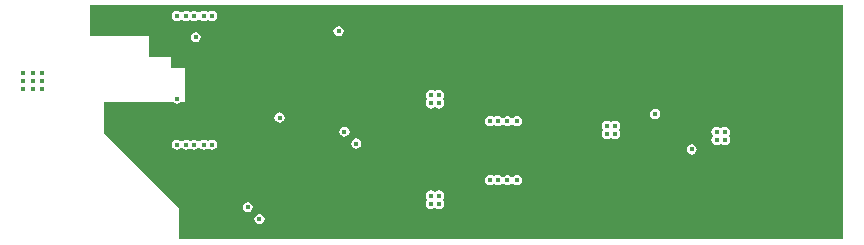
<source format=gbl>
G04*
G04 #@! TF.GenerationSoftware,Altium Limited,Altium Designer,24.1.0 (36)*
G04*
G04 Layer_Physical_Order=4*
G04 Layer_Color=16711680*
%FSLAX44Y44*%
%MOMM*%
G71*
G04*
G04 #@! TF.SameCoordinates,419B32F7-A19B-4B02-8D27-CA0E7DC0472F*
G04*
G04*
G04 #@! TF.FilePolarity,Positive*
G04*
G01*
G75*
%ADD17R,5.0000X1.4000*%
%ADD78O,1.6000X0.9000*%
%ADD79C,0.4500*%
%ADD80C,0.6000*%
G36*
X698918Y1082D02*
X136832D01*
Y27000D01*
X136515Y27765D01*
X73500Y90780D01*
X73500Y117000D01*
X131905Y117000D01*
X131943Y116943D01*
X133346Y116006D01*
X135000Y115677D01*
X136654Y116006D01*
X138057Y116943D01*
X138095Y117000D01*
X141620D01*
X141620Y146250D01*
X130500Y146250D01*
Y155007D01*
X111500D01*
X111500Y173500D01*
X61582D01*
Y198918D01*
X698918Y198918D01*
Y1082D01*
D02*
G37*
%LPC*%
G36*
X165000Y194323D02*
X163346Y193994D01*
X161500Y193238D01*
X159654Y193994D01*
X158000Y194323D01*
X156346Y193994D01*
X154943Y193057D01*
X153057Y193057D01*
X152410Y193489D01*
X151654Y193994D01*
X150000Y194323D01*
X148346Y193994D01*
X146500Y193238D01*
X144654Y193994D01*
X143000Y194323D01*
X141346Y193994D01*
X139943Y193057D01*
X138057Y193057D01*
X137410Y193489D01*
X136654Y193994D01*
X135000Y194323D01*
X133346Y193994D01*
X131943Y193057D01*
X131006Y191654D01*
X130677Y190000D01*
X131006Y188346D01*
X131943Y186943D01*
X133346Y186006D01*
X135000Y185677D01*
X136654Y186006D01*
X138057Y186943D01*
X139943Y186943D01*
X140590Y186511D01*
X141346Y186006D01*
X143000Y185677D01*
X144654Y186006D01*
X146500Y186762D01*
X148346Y186006D01*
X150000Y185677D01*
X151654Y186006D01*
X153057Y186943D01*
X154943Y186943D01*
X155590Y186511D01*
X156346Y186006D01*
X158000Y185677D01*
X159654Y186006D01*
X161500Y186762D01*
X163346Y186006D01*
X165000Y185677D01*
X166654Y186006D01*
X168057Y186943D01*
X168994Y188346D01*
X169323Y190000D01*
X168994Y191654D01*
X168057Y193057D01*
X166654Y193994D01*
X165000Y194323D01*
D02*
G37*
G36*
X272000Y181323D02*
X270346Y180994D01*
X268943Y180057D01*
X268006Y178654D01*
X267677Y177000D01*
X268006Y175346D01*
X268943Y173943D01*
X270346Y173006D01*
X272000Y172677D01*
X273654Y173006D01*
X275057Y173943D01*
X275994Y175346D01*
X276323Y177000D01*
X275994Y178654D01*
X275057Y180057D01*
X273654Y180994D01*
X272000Y181323D01*
D02*
G37*
G36*
X151000Y176323D02*
X149346Y175994D01*
X147943Y175057D01*
X147006Y173654D01*
X146677Y172000D01*
X147006Y170346D01*
X147943Y168943D01*
X149346Y168006D01*
X151000Y167677D01*
X152654Y168006D01*
X154057Y168943D01*
X154994Y170346D01*
X155323Y172000D01*
X154994Y173654D01*
X154057Y175057D01*
X152654Y175994D01*
X151000Y176323D01*
D02*
G37*
G36*
X357000Y127323D02*
X355346Y126994D01*
X353500Y126238D01*
X351654Y126994D01*
X350000Y127323D01*
X348346Y126994D01*
X346943Y126057D01*
X346006Y124654D01*
X345677Y123000D01*
X346006Y121346D01*
X346762Y119500D01*
X346006Y117654D01*
X345677Y116000D01*
X346006Y114346D01*
X346943Y112943D01*
X348346Y112006D01*
X350000Y111677D01*
X351654Y112006D01*
X353500Y112762D01*
X355346Y112006D01*
X357000Y111677D01*
X358654Y112006D01*
X360057Y112943D01*
X360994Y114346D01*
X361323Y116000D01*
X360994Y117654D01*
X360238Y119500D01*
X360994Y121346D01*
X361323Y123000D01*
X360994Y124654D01*
X360057Y126057D01*
X358654Y126994D01*
X357000Y127323D01*
D02*
G37*
G36*
X423000Y105323D02*
X421346Y104994D01*
X419943Y104057D01*
X418057Y104057D01*
X417410Y104489D01*
X416654Y104994D01*
X415000Y105323D01*
X413346Y104994D01*
X411943Y104057D01*
X410057Y104057D01*
X409410Y104489D01*
X408654Y104994D01*
X407000Y105323D01*
X405346Y104994D01*
X403500Y104238D01*
X401654Y104994D01*
X400000Y105323D01*
X398346Y104994D01*
X396943Y104057D01*
X396006Y102654D01*
X395677Y101000D01*
X396006Y99346D01*
X396943Y97943D01*
X398346Y97006D01*
X400000Y96677D01*
X401654Y97006D01*
X403500Y97762D01*
X405346Y97006D01*
X407000Y96677D01*
X408654Y97006D01*
X410057Y97943D01*
X411943Y97943D01*
X412590Y97511D01*
X413346Y97006D01*
X415000Y96677D01*
X416654Y97006D01*
X418057Y97943D01*
X419943Y97943D01*
X420590Y97511D01*
X421346Y97006D01*
X423000Y96677D01*
X424654Y97006D01*
X426057Y97943D01*
X426994Y99346D01*
X427323Y101000D01*
X426994Y102654D01*
X426057Y104057D01*
X424654Y104994D01*
X423000Y105323D01*
D02*
G37*
G36*
X540000Y111323D02*
X538346Y110994D01*
X536943Y110057D01*
X536006Y108654D01*
X535677Y107000D01*
X536006Y105346D01*
X536943Y103943D01*
X538346Y103006D01*
X540000Y102677D01*
X541654Y103006D01*
X543057Y103943D01*
X543994Y105346D01*
X544323Y107000D01*
X543994Y108654D01*
X543057Y110057D01*
X541654Y110994D01*
X540000Y111323D01*
D02*
G37*
G36*
X506000Y101323D02*
X504346Y100994D01*
X502500Y100238D01*
X500654Y100994D01*
X499000Y101323D01*
X497346Y100994D01*
X495943Y100057D01*
X495006Y98654D01*
X494677Y97000D01*
X495006Y95346D01*
X495762Y93500D01*
X495006Y91654D01*
X494677Y90000D01*
X495006Y88346D01*
X495943Y86943D01*
X497346Y86006D01*
X499000Y85677D01*
X500654Y86006D01*
X502500Y86762D01*
X504346Y86006D01*
X506000Y85677D01*
X507654Y86006D01*
X509057Y86943D01*
X509994Y88346D01*
X510323Y90000D01*
X509994Y91654D01*
X509238Y93500D01*
X509994Y95346D01*
X510323Y97000D01*
X509994Y98654D01*
X509057Y100057D01*
X507654Y100994D01*
X506000Y101323D01*
D02*
G37*
G36*
X222000Y108323D02*
X220346Y107994D01*
X218943Y107057D01*
X218006Y105654D01*
X217677Y104000D01*
X218006Y102346D01*
X218943Y100943D01*
X220346Y100006D01*
X222000Y99677D01*
X223654Y100006D01*
X225057Y100943D01*
X225994Y102346D01*
X226323Y104000D01*
X225994Y105654D01*
X225057Y107057D01*
X223654Y107994D01*
X222000Y108323D01*
D02*
G37*
G36*
X599000Y96323D02*
X597346Y95994D01*
X595500Y95238D01*
X593654Y95994D01*
X592000Y96323D01*
X590346Y95994D01*
X588943Y95057D01*
X588006Y93654D01*
X587677Y92000D01*
X588006Y90346D01*
X588762Y88500D01*
X588006Y86654D01*
X587677Y85000D01*
X588006Y83346D01*
X588943Y81943D01*
X590346Y81006D01*
X592000Y80677D01*
X593654Y81006D01*
X595500Y81762D01*
X597346Y81006D01*
X599000Y80677D01*
X600654Y81006D01*
X602057Y81943D01*
X602994Y83346D01*
X603323Y85000D01*
X602994Y86654D01*
X602238Y88500D01*
X602994Y90346D01*
X603323Y92000D01*
X602994Y93654D01*
X602057Y95057D01*
X600654Y95994D01*
X599000Y96323D01*
D02*
G37*
G36*
X277000Y96323D02*
X275346Y95994D01*
X273943Y95057D01*
X273006Y93654D01*
X272677Y92000D01*
X273006Y90346D01*
X273943Y88943D01*
X275346Y88006D01*
X277000Y87677D01*
X278654Y88006D01*
X280057Y88943D01*
X280994Y90346D01*
X281323Y92000D01*
X280994Y93654D01*
X280057Y95057D01*
X278654Y95994D01*
X277000Y96323D01*
D02*
G37*
G36*
X165000Y85323D02*
X163346Y84994D01*
X161500Y84238D01*
X159654Y84994D01*
X158000Y85323D01*
X156346Y84994D01*
X154943Y84057D01*
X153057Y84057D01*
X152410Y84489D01*
X151654Y84994D01*
X150000Y85323D01*
X148346Y84994D01*
X146500Y84238D01*
X144654Y84994D01*
X143000Y85323D01*
X141346Y84994D01*
X139943Y84057D01*
X138057Y84057D01*
X137410Y84489D01*
X136654Y84994D01*
X135000Y85323D01*
X133346Y84994D01*
X131943Y84057D01*
X131006Y82654D01*
X130677Y81000D01*
X131006Y79346D01*
X131943Y77943D01*
X133346Y77006D01*
X135000Y76677D01*
X136654Y77006D01*
X138057Y77943D01*
X139943Y77943D01*
X140590Y77511D01*
X141346Y77006D01*
X143000Y76677D01*
X144654Y77006D01*
X146500Y77762D01*
X148346Y77006D01*
X150000Y76677D01*
X151654Y77006D01*
X153057Y77943D01*
X154943Y77943D01*
X155590Y77511D01*
X156346Y77006D01*
X158000Y76677D01*
X159654Y77006D01*
X161500Y77762D01*
X163346Y77006D01*
X165000Y76677D01*
X166654Y77006D01*
X168057Y77943D01*
X168994Y79346D01*
X169323Y81000D01*
X168994Y82654D01*
X168057Y84057D01*
X166654Y84994D01*
X165000Y85323D01*
D02*
G37*
G36*
X287000Y86323D02*
X285346Y85994D01*
X283943Y85057D01*
X283006Y83654D01*
X282677Y82000D01*
X283006Y80346D01*
X283943Y78943D01*
X285346Y78006D01*
X287000Y77677D01*
X288654Y78006D01*
X290057Y78943D01*
X290994Y80346D01*
X291323Y82000D01*
X290994Y83654D01*
X290057Y85057D01*
X288654Y85994D01*
X287000Y86323D01*
D02*
G37*
G36*
X571000Y81323D02*
X569346Y80994D01*
X567943Y80057D01*
X567006Y78654D01*
X566677Y77000D01*
X567006Y75346D01*
X567943Y73943D01*
X569346Y73006D01*
X571000Y72677D01*
X572654Y73006D01*
X574057Y73943D01*
X574994Y75346D01*
X575323Y77000D01*
X574994Y78654D01*
X574057Y80057D01*
X572654Y80994D01*
X571000Y81323D01*
D02*
G37*
G36*
X423000Y55323D02*
X421346Y54994D01*
X419943Y54057D01*
X418057Y54057D01*
X417410Y54489D01*
X416654Y54994D01*
X415000Y55323D01*
X413346Y54994D01*
X411943Y54057D01*
X410057Y54057D01*
X409410Y54489D01*
X408654Y54994D01*
X407000Y55323D01*
X405346Y54994D01*
X403500Y54238D01*
X401654Y54994D01*
X400000Y55323D01*
X398346Y54994D01*
X396943Y54057D01*
X396006Y52654D01*
X395677Y51000D01*
X396006Y49346D01*
X396943Y47943D01*
X398346Y47006D01*
X400000Y46677D01*
X401654Y47006D01*
X403500Y47762D01*
X405346Y47006D01*
X407000Y46677D01*
X408654Y47006D01*
X410057Y47943D01*
X411943Y47943D01*
X412590Y47511D01*
X413346Y47006D01*
X415000Y46677D01*
X416654Y47006D01*
X418057Y47943D01*
X419943Y47943D01*
X420590Y47511D01*
X421346Y47006D01*
X423000Y46677D01*
X424654Y47006D01*
X426057Y47943D01*
X426994Y49346D01*
X427323Y51000D01*
X426994Y52654D01*
X426057Y54057D01*
X424654Y54994D01*
X423000Y55323D01*
D02*
G37*
G36*
X357000Y42323D02*
X355346Y41994D01*
X353500Y41238D01*
X351654Y41994D01*
X350000Y42323D01*
X348346Y41994D01*
X346943Y41057D01*
X346006Y39654D01*
X345677Y38000D01*
X346006Y36346D01*
X346762Y34500D01*
X346006Y32654D01*
X345677Y31000D01*
X346006Y29346D01*
X346943Y27943D01*
X348346Y27006D01*
X350000Y26677D01*
X351654Y27006D01*
X353057Y27943D01*
X353943D01*
X355346Y27006D01*
X357000Y26677D01*
X358654Y27006D01*
X360057Y27943D01*
X360994Y29346D01*
X361323Y31000D01*
X360994Y32654D01*
X360238Y34500D01*
X360994Y36346D01*
X361323Y38000D01*
X360994Y39654D01*
X360057Y41057D01*
X358654Y41994D01*
X357000Y42323D01*
D02*
G37*
G36*
X195000Y32323D02*
X193346Y31994D01*
X191943Y31057D01*
X191006Y29654D01*
X190677Y28000D01*
X191006Y26346D01*
X191943Y24943D01*
X193346Y24006D01*
X195000Y23677D01*
X196654Y24006D01*
X198057Y24943D01*
X198994Y26346D01*
X199323Y28000D01*
X198994Y29654D01*
X198057Y31057D01*
X196654Y31994D01*
X195000Y32323D01*
D02*
G37*
G36*
X205000Y22323D02*
X203346Y21994D01*
X201943Y21057D01*
X201006Y19654D01*
X200677Y18000D01*
X201006Y16346D01*
X201943Y14943D01*
X203346Y14006D01*
X205000Y13677D01*
X206654Y14006D01*
X208057Y14943D01*
X208994Y16346D01*
X209323Y18000D01*
X208994Y19654D01*
X208057Y21057D01*
X206654Y21994D01*
X205000Y22323D01*
D02*
G37*
%LPD*%
D17*
X674500Y128000D02*
D03*
Y182000D02*
D03*
D78*
X683500Y13000D02*
D03*
Y79000D02*
D03*
D79*
X643000Y7000D02*
D03*
X144000Y15000D02*
D03*
Y8000D02*
D03*
Y22000D02*
D03*
D03*
Y8000D02*
D03*
Y15000D02*
D03*
X152000Y22000D02*
D03*
Y8000D02*
D03*
Y15000D02*
D03*
X160000Y22000D02*
D03*
Y8000D02*
D03*
Y15000D02*
D03*
X65000Y185000D02*
D03*
Y178000D02*
D03*
Y192000D02*
D03*
D03*
Y178000D02*
D03*
Y185000D02*
D03*
X73000Y192000D02*
D03*
Y178000D02*
D03*
Y185000D02*
D03*
X81000Y192000D02*
D03*
Y178000D02*
D03*
Y185000D02*
D03*
X21000Y135000D02*
D03*
Y128000D02*
D03*
Y142000D02*
D03*
X13000Y135000D02*
D03*
Y128000D02*
D03*
Y142000D02*
D03*
X5000Y135000D02*
D03*
Y128000D02*
D03*
Y142000D02*
D03*
D03*
Y128000D02*
D03*
Y135000D02*
D03*
X145022Y130128D02*
D03*
X150000Y135000D02*
D03*
X154953Y130059D02*
D03*
X144981Y140059D02*
D03*
X155000Y140000D02*
D03*
X638385Y163259D02*
D03*
X623885D02*
D03*
X609385D02*
D03*
X594885D02*
D03*
X580385D02*
D03*
X565885D02*
D03*
X551385D02*
D03*
X536885D02*
D03*
X522385D02*
D03*
X507885D02*
D03*
X493385D02*
D03*
X478885D02*
D03*
X464385D02*
D03*
X449885D02*
D03*
X435385D02*
D03*
X420885D02*
D03*
X406385D02*
D03*
X391885D02*
D03*
X377385D02*
D03*
X362885D02*
D03*
X348385D02*
D03*
X333885D02*
D03*
X319385D02*
D03*
X304885D02*
D03*
X290385D02*
D03*
X275885D02*
D03*
X261385D02*
D03*
X246885D02*
D03*
X232385D02*
D03*
X218158Y160458D02*
D03*
X206355Y152035D02*
D03*
X192356Y148259D02*
D03*
X213224Y135924D02*
D03*
X224420Y145138D02*
D03*
X238832Y146741D02*
D03*
X253332D02*
D03*
X267831D02*
D03*
X282332D02*
D03*
X296831D02*
D03*
X311332D02*
D03*
X325831D02*
D03*
X340331D02*
D03*
X354831D02*
D03*
X369331D02*
D03*
X383831D02*
D03*
X398331D02*
D03*
X412831D02*
D03*
X427331D02*
D03*
X441831D02*
D03*
X456331D02*
D03*
X470831D02*
D03*
X485331D02*
D03*
X499831D02*
D03*
X514331D02*
D03*
X528831D02*
D03*
X543331D02*
D03*
X557831D02*
D03*
X572331D02*
D03*
X586831D02*
D03*
X601331D02*
D03*
X615831D02*
D03*
X630331D02*
D03*
X644831D02*
D03*
X623999Y195000D02*
D03*
X633999D02*
D03*
X603999D02*
D03*
X613999D02*
D03*
X693999Y115000D02*
D03*
X683999D02*
D03*
X673999D02*
D03*
X653999D02*
D03*
X663999D02*
D03*
X633999D02*
D03*
X643999D02*
D03*
Y195000D02*
D03*
X663999D02*
D03*
X653999D02*
D03*
X656000Y164000D02*
D03*
X666000D02*
D03*
X677000D02*
D03*
X694000Y171000D02*
D03*
X589999Y193000D02*
D03*
X673999Y195000D02*
D03*
X683999D02*
D03*
X693999D02*
D03*
X151000Y172000D02*
D03*
X549000Y86000D02*
D03*
X544065Y81019D02*
D03*
X554000Y91000D02*
D03*
X554043Y81019D02*
D03*
X544000Y91000D02*
D03*
X587000Y109000D02*
D03*
X578000D02*
D03*
X525000Y75000D02*
D03*
Y82000D02*
D03*
X582000Y53000D02*
D03*
X574000Y59000D02*
D03*
X571000Y77000D02*
D03*
X540000Y107000D02*
D03*
X272000Y177000D02*
D03*
X222000Y104000D02*
D03*
X235000Y116000D02*
D03*
X277000Y92000D02*
D03*
X193000Y7000D02*
D03*
X666000Y146000D02*
D03*
X452000Y57000D02*
D03*
X439000D02*
D03*
X452000Y96000D02*
D03*
X439000D02*
D03*
X357000Y116000D02*
D03*
Y123000D02*
D03*
X350000Y116000D02*
D03*
Y123000D02*
D03*
Y31000D02*
D03*
X357000D02*
D03*
X350000Y38000D02*
D03*
X357000D02*
D03*
X599000Y85000D02*
D03*
X506000Y97000D02*
D03*
X499000D02*
D03*
X506000Y90000D02*
D03*
X499000D02*
D03*
X423000Y51000D02*
D03*
X415000D02*
D03*
X407000D02*
D03*
X400000D02*
D03*
X423000Y101000D02*
D03*
X415000D02*
D03*
X407000D02*
D03*
X400000D02*
D03*
X599000Y92000D02*
D03*
X592000Y85000D02*
D03*
Y92000D02*
D03*
X185000Y170000D02*
D03*
X115000Y80000D02*
D03*
X135000Y190000D02*
D03*
X105000Y90000D02*
D03*
X95000Y100000D02*
D03*
X85000Y110000D02*
D03*
X95000D02*
D03*
X105000D02*
D03*
X80000Y93000D02*
D03*
X105000Y100000D02*
D03*
X115000Y110000D02*
D03*
X694000Y86000D02*
D03*
Y96000D02*
D03*
Y106000D02*
D03*
X203000Y7000D02*
D03*
X213000D02*
D03*
X223000D02*
D03*
X233000D02*
D03*
X243000D02*
D03*
X253000D02*
D03*
X303000D02*
D03*
X293000D02*
D03*
X283000D02*
D03*
X273000D02*
D03*
X263000D02*
D03*
X353000D02*
D03*
X363000D02*
D03*
X343000D02*
D03*
X333000D02*
D03*
X323000D02*
D03*
X313000D02*
D03*
X433000D02*
D03*
X443000D02*
D03*
X453000D02*
D03*
X463000D02*
D03*
X473000D02*
D03*
X423000D02*
D03*
X413000D02*
D03*
X403000D02*
D03*
X393000D02*
D03*
X383000D02*
D03*
X373000D02*
D03*
X543000D02*
D03*
X553000D02*
D03*
X563000D02*
D03*
X573000D02*
D03*
X583000D02*
D03*
X533000D02*
D03*
X523000D02*
D03*
X513000D02*
D03*
X503000D02*
D03*
X493000D02*
D03*
X483000D02*
D03*
X593000D02*
D03*
X603000D02*
D03*
X633000D02*
D03*
X623000D02*
D03*
X613000D02*
D03*
X581000Y193000D02*
D03*
X471000D02*
D03*
X481000D02*
D03*
X491000D02*
D03*
X501000D02*
D03*
X511000D02*
D03*
X521000D02*
D03*
X571000D02*
D03*
X561000D02*
D03*
X551000D02*
D03*
X541000D02*
D03*
X531000D02*
D03*
X361000D02*
D03*
X371000D02*
D03*
X381000D02*
D03*
X391000D02*
D03*
X401000D02*
D03*
X411000D02*
D03*
X461000D02*
D03*
X451000D02*
D03*
X441000D02*
D03*
X431000D02*
D03*
X421000D02*
D03*
X301000D02*
D03*
X311000D02*
D03*
X321000D02*
D03*
X331000D02*
D03*
X341000D02*
D03*
X351000D02*
D03*
X251000D02*
D03*
X261000D02*
D03*
X271000D02*
D03*
X281000D02*
D03*
X291000D02*
D03*
X241000D02*
D03*
X231000D02*
D03*
X221000D02*
D03*
X211000D02*
D03*
X201000D02*
D03*
X115000Y160000D02*
D03*
X184000Y30000D02*
D03*
X165000Y81000D02*
D03*
X135000D02*
D03*
X143000D02*
D03*
X150000D02*
D03*
X158000D02*
D03*
X165000Y190000D02*
D03*
X143000D02*
D03*
X150000D02*
D03*
X158000D02*
D03*
X694000Y139000D02*
D03*
X677000Y146000D02*
D03*
X656000D02*
D03*
X371000Y77000D02*
D03*
X383000D02*
D03*
X184000Y100000D02*
D03*
Y90000D02*
D03*
X290000Y109000D02*
D03*
X181000Y193000D02*
D03*
X191000D02*
D03*
X287000Y82000D02*
D03*
X195000Y28000D02*
D03*
X205000Y18000D02*
D03*
X223000D02*
D03*
X232000Y28000D02*
D03*
X87000Y87000D02*
D03*
X94000Y79000D02*
D03*
X101000Y72000D02*
D03*
X108000Y65000D02*
D03*
X115000Y58000D02*
D03*
X122000Y51000D02*
D03*
X129000Y44000D02*
D03*
X136000Y37000D02*
D03*
X277000Y55000D02*
D03*
X287000Y64000D02*
D03*
X115000Y90000D02*
D03*
X135000Y120000D02*
D03*
X174000Y30000D02*
D03*
X164000D02*
D03*
X154000D02*
D03*
X115000Y100000D02*
D03*
X144000Y30000D02*
D03*
X115000Y170000D02*
D03*
Y190000D02*
D03*
X184000Y110000D02*
D03*
X115000Y180000D02*
D03*
X185000Y160000D02*
D03*
Y180000D02*
D03*
D80*
X382000Y68000D02*
D03*
X372000D02*
D03*
X382000Y86000D02*
D03*
X372000D02*
D03*
X377000Y77000D02*
D03*
M02*

</source>
